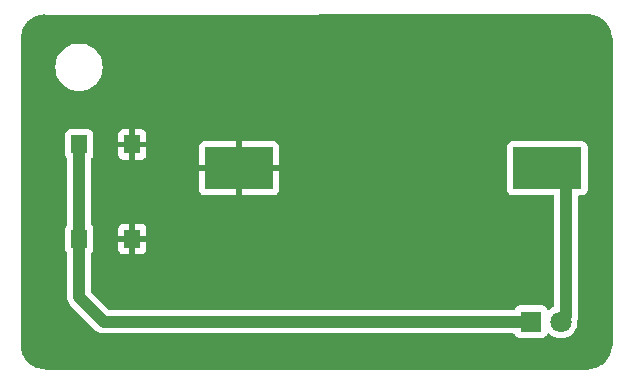
<source format=gbr>
%TF.GenerationSoftware,KiCad,Pcbnew,7.0.2*%
%TF.CreationDate,2023-05-03T11:21:42+05:30*%
%TF.ProjectId,Bed-leveler-PCB,4265642d-6c65-4766-956c-65722d504342,rev?*%
%TF.SameCoordinates,Original*%
%TF.FileFunction,Copper,L2,Bot*%
%TF.FilePolarity,Positive*%
%FSLAX46Y46*%
G04 Gerber Fmt 4.6, Leading zero omitted, Abs format (unit mm)*
G04 Created by KiCad (PCBNEW 7.0.2) date 2023-05-03 11:21:42*
%MOMM*%
%LPD*%
G01*
G04 APERTURE LIST*
%TA.AperFunction,SMDPad,CuDef*%
%ADD10R,5.790000X3.600000*%
%TD*%
%TA.AperFunction,SMDPad,CuDef*%
%ADD11R,1.400000X1.600000*%
%TD*%
%TA.AperFunction,ComponentPad*%
%ADD12R,1.800000X1.800000*%
%TD*%
%TA.AperFunction,ComponentPad*%
%ADD13C,1.800000*%
%TD*%
%TA.AperFunction,Conductor*%
%ADD14C,1.000000*%
%TD*%
%TA.AperFunction,Profile*%
%ADD15C,0.100000*%
%TD*%
G04 APERTURE END LIST*
D10*
%TO.P,BT1,1,+*%
%TO.N,Net-(BT1-+)*%
X213567500Y-75000000D03*
%TO.P,BT1,2,-*%
%TO.N,Net-(BT1--)*%
X187457500Y-75000000D03*
%TD*%
D11*
%TO.P,SW1,1,1*%
%TO.N,Net-(D1-K)*%
X173912500Y-81000000D03*
X173912500Y-73000000D03*
%TO.P,SW1,2,2*%
%TO.N,Net-(BT1--)*%
X178412500Y-73000000D03*
X178412500Y-81000000D03*
%TD*%
D12*
%TO.P,D1,1,K*%
%TO.N,Net-(D1-K)*%
X212162500Y-88000000D03*
D13*
%TO.P,D1,2,A*%
%TO.N,Net-(BT1-+)*%
X214702500Y-88000000D03*
%TD*%
D14*
%TO.N,Net-(D1-K)*%
X212162500Y-88000000D02*
X176000000Y-88000000D01*
X176000000Y-88000000D02*
X173912500Y-85912500D01*
X173912500Y-85912500D02*
X173912500Y-81000000D01*
%TO.N,Net-(BT1-+)*%
X215162500Y-75000000D02*
X215162500Y-87540000D01*
X215162500Y-87540000D02*
X214702500Y-88000000D01*
%TO.N,Net-(D1-K)*%
X173912500Y-73000000D02*
X173912500Y-81000000D01*
%TD*%
%TA.AperFunction,Conductor*%
%TO.N,Net-(BT1--)*%
G36*
X216999815Y-61994978D02*
G01*
X217079345Y-62000190D01*
X217257394Y-62012924D01*
X217272708Y-62014987D01*
X217385070Y-62037337D01*
X217526070Y-62068009D01*
X217539515Y-62071742D01*
X217653381Y-62110394D01*
X217656781Y-62111605D01*
X217784635Y-62159291D01*
X217796136Y-62164258D01*
X217906331Y-62218600D01*
X217910908Y-62220977D01*
X217948183Y-62241330D01*
X218028311Y-62285084D01*
X218037774Y-62290813D01*
X218077365Y-62317266D01*
X218140999Y-62359785D01*
X218146380Y-62363593D01*
X218252575Y-62443090D01*
X218259987Y-62449099D01*
X218353701Y-62531284D01*
X218359623Y-62536831D01*
X218453167Y-62630375D01*
X218458714Y-62636297D01*
X218540895Y-62730006D01*
X218546913Y-62737430D01*
X218626391Y-62843599D01*
X218630227Y-62849019D01*
X218699185Y-62952224D01*
X218704914Y-62961687D01*
X218769018Y-63079084D01*
X218771398Y-63083667D01*
X218825740Y-63193862D01*
X218830710Y-63205372D01*
X218878380Y-63333180D01*
X218879618Y-63336657D01*
X218918251Y-63450470D01*
X218921997Y-63463968D01*
X218952664Y-63604938D01*
X218975012Y-63717287D01*
X218977075Y-63732612D01*
X218989811Y-63910676D01*
X218995022Y-63990193D01*
X218995287Y-63998250D01*
X219005284Y-90001692D01*
X219005019Y-90009849D01*
X218999811Y-90089322D01*
X218987076Y-90267377D01*
X218985010Y-90282721D01*
X218962665Y-90395060D01*
X218931997Y-90536039D01*
X218928254Y-90549522D01*
X218889618Y-90663342D01*
X218888380Y-90666818D01*
X218840710Y-90794626D01*
X218835740Y-90806136D01*
X218781398Y-90916331D01*
X218779018Y-90920914D01*
X218714914Y-91038311D01*
X218709185Y-91047774D01*
X218640227Y-91150979D01*
X218636391Y-91156399D01*
X218556923Y-91262556D01*
X218550884Y-91270005D01*
X218468714Y-91363701D01*
X218463167Y-91369623D01*
X218369623Y-91463167D01*
X218363701Y-91468714D01*
X218270005Y-91550884D01*
X218262556Y-91556923D01*
X218156399Y-91636391D01*
X218150979Y-91640227D01*
X218047774Y-91709185D01*
X218038311Y-91714914D01*
X217920914Y-91779018D01*
X217916331Y-91781398D01*
X217806136Y-91835740D01*
X217794626Y-91840710D01*
X217666818Y-91888380D01*
X217663341Y-91889618D01*
X217549528Y-91928251D01*
X217536030Y-91931997D01*
X217395061Y-91962664D01*
X217337216Y-91974170D01*
X217282697Y-91985014D01*
X217267387Y-91987075D01*
X217089324Y-91999811D01*
X217009826Y-92005021D01*
X217001721Y-92005286D01*
X170998280Y-92005286D01*
X170990171Y-92005021D01*
X170910676Y-91999811D01*
X170732621Y-91987076D01*
X170717277Y-91985009D01*
X170604939Y-91962664D01*
X170523069Y-91944855D01*
X170463949Y-91931994D01*
X170450476Y-91928254D01*
X170336656Y-91889618D01*
X170333180Y-91888380D01*
X170205372Y-91840710D01*
X170193862Y-91835740D01*
X170083667Y-91781398D01*
X170079084Y-91779018D01*
X169961687Y-91714914D01*
X169952224Y-91709185D01*
X169849019Y-91640227D01*
X169843599Y-91636391D01*
X169737430Y-91556913D01*
X169730006Y-91550895D01*
X169636297Y-91468714D01*
X169630375Y-91463167D01*
X169536831Y-91369623D01*
X169531284Y-91363701D01*
X169499660Y-91327641D01*
X169449099Y-91269987D01*
X169443090Y-91262575D01*
X169363593Y-91156380D01*
X169359785Y-91150999D01*
X169317266Y-91087365D01*
X169290813Y-91047774D01*
X169285084Y-91038311D01*
X169220980Y-90920914D01*
X169218600Y-90916331D01*
X169164258Y-90806136D01*
X169159291Y-90794635D01*
X169111605Y-90666781D01*
X169110387Y-90663360D01*
X169095671Y-90620008D01*
X169071747Y-90549528D01*
X169068001Y-90536029D01*
X169037335Y-90395060D01*
X169037030Y-90393530D01*
X169014981Y-90282680D01*
X169012924Y-90267399D01*
X169000198Y-90089476D01*
X168994979Y-90009840D01*
X168994715Y-90001696D01*
X168994715Y-90001692D01*
X168997852Y-81844578D01*
X172712000Y-81844578D01*
X172712001Y-81847872D01*
X172718409Y-81907483D01*
X172768704Y-82042331D01*
X172854954Y-82157546D01*
X172862311Y-82163053D01*
X172904181Y-82218986D01*
X172912000Y-82262320D01*
X172912000Y-85898221D01*
X172911960Y-85901363D01*
X172909742Y-85988862D01*
X172920148Y-86046920D01*
X172921457Y-86056249D01*
X172927426Y-86114938D01*
X172936533Y-86143967D01*
X172940272Y-86159202D01*
X172945641Y-86189152D01*
X172967520Y-86243925D01*
X172970680Y-86252800D01*
X172988341Y-86309088D01*
X173003107Y-86335691D01*
X173009837Y-86349864D01*
X173021122Y-86378117D01*
X173053580Y-86427367D01*
X173058461Y-86435423D01*
X173087090Y-86487001D01*
X173106904Y-86510081D01*
X173116356Y-86522616D01*
X173133099Y-86548020D01*
X173174800Y-86589721D01*
X173181205Y-86596632D01*
X173219634Y-86641396D01*
X173243693Y-86660019D01*
X173255472Y-86670393D01*
X175282431Y-88697351D01*
X175284624Y-88699600D01*
X175344942Y-88763054D01*
X175393362Y-88796755D01*
X175400871Y-88802416D01*
X175446593Y-88839698D01*
X175473562Y-88853785D01*
X175486982Y-88861916D01*
X175511949Y-88879294D01*
X175566163Y-88902559D01*
X175574663Y-88906595D01*
X175626951Y-88933909D01*
X175656196Y-88942277D01*
X175670986Y-88947543D01*
X175678464Y-88950752D01*
X175698942Y-88959540D01*
X175756737Y-88971416D01*
X175765854Y-88973654D01*
X175822582Y-88989887D01*
X175852916Y-88992196D01*
X175868453Y-88994374D01*
X175898259Y-89000500D01*
X175957242Y-89000500D01*
X175966656Y-89000858D01*
X176025476Y-89005337D01*
X176055651Y-89001493D01*
X176071317Y-89000500D01*
X210679710Y-89000500D01*
X210746749Y-89020185D01*
X210792504Y-89072989D01*
X210795885Y-89081150D01*
X210818704Y-89142331D01*
X210904954Y-89257546D01*
X211020169Y-89343796D01*
X211155017Y-89394091D01*
X211214627Y-89400500D01*
X213110372Y-89400499D01*
X213169983Y-89394091D01*
X213304831Y-89343796D01*
X213420046Y-89257546D01*
X213506296Y-89142331D01*
X213534955Y-89065491D01*
X213576825Y-89009559D01*
X213642289Y-88985141D01*
X213710562Y-88999992D01*
X213742364Y-89024840D01*
X213750716Y-89033913D01*
X213933874Y-89176470D01*
X214137997Y-89286936D01*
X214247757Y-89324616D01*
X214357515Y-89362297D01*
X214357517Y-89362297D01*
X214357519Y-89362298D01*
X214586451Y-89400500D01*
X214586452Y-89400500D01*
X214818548Y-89400500D01*
X214818549Y-89400500D01*
X215047481Y-89362298D01*
X215267003Y-89286936D01*
X215471126Y-89176470D01*
X215654284Y-89033913D01*
X215811479Y-88863153D01*
X215938424Y-88668849D01*
X216031657Y-88456300D01*
X216088634Y-88231305D01*
X216107800Y-88000000D01*
X216101615Y-87925359D01*
X216111241Y-87866219D01*
X216122040Y-87841058D01*
X216133917Y-87783256D01*
X216136152Y-87774148D01*
X216152386Y-87717418D01*
X216154696Y-87687078D01*
X216156876Y-87671540D01*
X216163000Y-87641742D01*
X216163000Y-87582754D01*
X216163358Y-87573339D01*
X216167837Y-87514524D01*
X216163993Y-87484339D01*
X216163000Y-87468676D01*
X216163000Y-77424499D01*
X216182685Y-77357460D01*
X216235489Y-77311705D01*
X216287000Y-77300499D01*
X216507061Y-77300499D01*
X216510372Y-77300499D01*
X216569983Y-77294091D01*
X216704831Y-77243796D01*
X216820046Y-77157546D01*
X216906296Y-77042331D01*
X216956591Y-76907483D01*
X216963000Y-76847873D01*
X216962999Y-73152128D01*
X216956591Y-73092517D01*
X216906296Y-72957669D01*
X216820046Y-72842454D01*
X216704831Y-72756204D01*
X216569983Y-72705909D01*
X216518316Y-72700354D01*
X216513666Y-72699854D01*
X216513665Y-72699853D01*
X216510373Y-72699500D01*
X216507050Y-72699500D01*
X210627939Y-72699500D01*
X210627920Y-72699500D01*
X210624628Y-72699501D01*
X210621348Y-72699853D01*
X210621340Y-72699854D01*
X210565015Y-72705909D01*
X210430169Y-72756204D01*
X210314954Y-72842454D01*
X210228704Y-72957668D01*
X210178410Y-73092515D01*
X210178409Y-73092517D01*
X210172000Y-73152127D01*
X210172000Y-73155448D01*
X210172000Y-73155449D01*
X210172000Y-76844560D01*
X210172000Y-76844578D01*
X210172001Y-76847872D01*
X210178409Y-76907483D01*
X210228704Y-77042331D01*
X210314954Y-77157546D01*
X210430169Y-77243796D01*
X210565017Y-77294091D01*
X210624627Y-77300500D01*
X214038000Y-77300499D01*
X214105039Y-77320184D01*
X214150794Y-77372988D01*
X214162000Y-77424499D01*
X214162000Y-86626186D01*
X214142315Y-86693225D01*
X214097018Y-86735240D01*
X213975193Y-86801169D01*
X213933872Y-86823531D01*
X213750713Y-86966089D01*
X213742363Y-86975160D01*
X213682475Y-87011148D01*
X213612637Y-87009046D01*
X213555022Y-86969520D01*
X213534955Y-86934510D01*
X213506296Y-86857669D01*
X213420046Y-86742454D01*
X213304831Y-86656204D01*
X213169983Y-86605909D01*
X213110373Y-86599500D01*
X213107050Y-86599500D01*
X211217939Y-86599500D01*
X211217920Y-86599500D01*
X211214628Y-86599501D01*
X211211348Y-86599853D01*
X211211340Y-86599854D01*
X211155015Y-86605909D01*
X211059871Y-86641396D01*
X211020169Y-86656204D01*
X210904954Y-86742454D01*
X210818704Y-86857669D01*
X210795890Y-86918834D01*
X210754021Y-86974767D01*
X210688557Y-86999184D01*
X210679710Y-86999500D01*
X176465782Y-86999500D01*
X176398743Y-86979815D01*
X176378101Y-86963181D01*
X174949319Y-85534398D01*
X174915834Y-85473075D01*
X174913000Y-85446717D01*
X174913000Y-82262320D01*
X174932685Y-82195281D01*
X174962688Y-82163054D01*
X174970046Y-82157546D01*
X175056296Y-82042331D01*
X175106591Y-81907483D01*
X175113000Y-81847873D01*
X175112999Y-81250000D01*
X177212500Y-81250000D01*
X177212500Y-81844518D01*
X177212854Y-81851132D01*
X177218900Y-81907371D01*
X177269147Y-82042089D01*
X177355311Y-82157188D01*
X177470410Y-82243352D01*
X177605128Y-82293599D01*
X177661367Y-82299645D01*
X177667982Y-82300000D01*
X178162500Y-82300000D01*
X178162500Y-81250000D01*
X178662500Y-81250000D01*
X178662500Y-82300000D01*
X179157018Y-82300000D01*
X179163632Y-82299645D01*
X179219871Y-82293599D01*
X179354589Y-82243352D01*
X179469688Y-82157188D01*
X179555852Y-82042089D01*
X179606099Y-81907371D01*
X179612145Y-81851132D01*
X179612500Y-81844518D01*
X179612500Y-81250000D01*
X178662500Y-81250000D01*
X178162500Y-81250000D01*
X177212500Y-81250000D01*
X175112999Y-81250000D01*
X175112999Y-80750000D01*
X177212500Y-80750000D01*
X178162500Y-80750000D01*
X178162500Y-79700000D01*
X178662500Y-79700000D01*
X178662500Y-80750000D01*
X179612500Y-80750000D01*
X179612500Y-80155481D01*
X179612145Y-80148867D01*
X179606099Y-80092628D01*
X179555852Y-79957910D01*
X179469688Y-79842811D01*
X179354589Y-79756647D01*
X179219871Y-79706400D01*
X179163632Y-79700354D01*
X179157018Y-79700000D01*
X178662500Y-79700000D01*
X178162500Y-79700000D01*
X177667982Y-79700000D01*
X177661367Y-79700354D01*
X177605128Y-79706400D01*
X177470410Y-79756647D01*
X177355311Y-79842811D01*
X177269147Y-79957910D01*
X177218900Y-80092628D01*
X177212854Y-80148867D01*
X177212500Y-80155481D01*
X177212500Y-80750000D01*
X175112999Y-80750000D01*
X175112999Y-80152128D01*
X175106591Y-80092517D01*
X175056296Y-79957669D01*
X174970046Y-79842454D01*
X174970044Y-79842451D01*
X174962687Y-79836944D01*
X174920817Y-79781010D01*
X174913000Y-79737679D01*
X174913000Y-75250000D01*
X184062500Y-75250000D01*
X184062500Y-76844518D01*
X184062854Y-76851132D01*
X184068900Y-76907371D01*
X184119147Y-77042089D01*
X184205311Y-77157188D01*
X184320410Y-77243352D01*
X184455128Y-77293599D01*
X184511367Y-77299645D01*
X184517982Y-77300000D01*
X187207500Y-77300000D01*
X187207500Y-75250000D01*
X187707500Y-75250000D01*
X187707500Y-77300000D01*
X190397018Y-77300000D01*
X190403632Y-77299645D01*
X190459871Y-77293599D01*
X190594589Y-77243352D01*
X190709688Y-77157188D01*
X190795852Y-77042089D01*
X190846099Y-76907371D01*
X190852145Y-76851132D01*
X190852500Y-76844518D01*
X190852500Y-75250000D01*
X187707500Y-75250000D01*
X187207500Y-75250000D01*
X184062500Y-75250000D01*
X174913000Y-75250000D01*
X174913000Y-74749999D01*
X184062499Y-74749999D01*
X184062500Y-74750000D01*
X187207500Y-74750000D01*
X187207500Y-72700000D01*
X187707500Y-72700000D01*
X187707500Y-74750000D01*
X190852500Y-74750000D01*
X190852500Y-73155481D01*
X190852145Y-73148867D01*
X190846099Y-73092628D01*
X190795852Y-72957910D01*
X190709688Y-72842811D01*
X190594589Y-72756647D01*
X190459871Y-72706400D01*
X190403632Y-72700354D01*
X190397018Y-72700000D01*
X187707500Y-72700000D01*
X187207500Y-72700000D01*
X184517982Y-72700000D01*
X184511367Y-72700354D01*
X184455128Y-72706400D01*
X184320410Y-72756647D01*
X184205311Y-72842811D01*
X184119147Y-72957910D01*
X184068900Y-73092628D01*
X184062854Y-73148867D01*
X184062500Y-73155481D01*
X184062499Y-74749999D01*
X174913000Y-74749999D01*
X174913000Y-74262320D01*
X174932685Y-74195281D01*
X174962688Y-74163054D01*
X174970046Y-74157546D01*
X175056296Y-74042331D01*
X175106591Y-73907483D01*
X175113000Y-73847873D01*
X175113000Y-73250000D01*
X177212500Y-73250000D01*
X177212500Y-73844518D01*
X177212854Y-73851132D01*
X177218900Y-73907371D01*
X177269147Y-74042089D01*
X177355311Y-74157188D01*
X177470410Y-74243352D01*
X177605128Y-74293599D01*
X177661367Y-74299645D01*
X177667982Y-74300000D01*
X178162500Y-74300000D01*
X178162500Y-73250000D01*
X178662500Y-73250000D01*
X178662500Y-74300000D01*
X179157018Y-74300000D01*
X179163632Y-74299645D01*
X179219871Y-74293599D01*
X179354589Y-74243352D01*
X179469688Y-74157188D01*
X179555852Y-74042089D01*
X179606099Y-73907371D01*
X179612145Y-73851132D01*
X179612500Y-73844518D01*
X179612500Y-73250000D01*
X178662500Y-73250000D01*
X178162500Y-73250000D01*
X177212500Y-73250000D01*
X175113000Y-73250000D01*
X175113000Y-72750000D01*
X177212500Y-72750000D01*
X178162500Y-72750000D01*
X178162500Y-71700000D01*
X178662500Y-71700000D01*
X178662500Y-72750000D01*
X179612500Y-72750000D01*
X179612500Y-72155481D01*
X179612145Y-72148867D01*
X179606099Y-72092628D01*
X179555852Y-71957910D01*
X179469688Y-71842811D01*
X179354589Y-71756647D01*
X179219871Y-71706400D01*
X179163632Y-71700354D01*
X179157018Y-71700000D01*
X178662500Y-71700000D01*
X178162500Y-71700000D01*
X177667982Y-71700000D01*
X177661367Y-71700354D01*
X177605128Y-71706400D01*
X177470410Y-71756647D01*
X177355311Y-71842811D01*
X177269147Y-71957910D01*
X177218900Y-72092628D01*
X177212854Y-72148867D01*
X177212500Y-72155481D01*
X177212500Y-72750000D01*
X175113000Y-72750000D01*
X175112999Y-72152128D01*
X175106591Y-72092517D01*
X175056296Y-71957669D01*
X174970046Y-71842454D01*
X174854831Y-71756204D01*
X174719983Y-71705909D01*
X174668316Y-71700354D01*
X174663666Y-71699854D01*
X174663665Y-71699853D01*
X174660373Y-71699500D01*
X174657050Y-71699500D01*
X173167939Y-71699500D01*
X173167920Y-71699500D01*
X173164628Y-71699501D01*
X173161348Y-71699853D01*
X173161340Y-71699854D01*
X173105015Y-71705909D01*
X172970169Y-71756204D01*
X172854954Y-71842454D01*
X172768704Y-71957668D01*
X172718410Y-72092515D01*
X172718409Y-72092517D01*
X172712000Y-72152127D01*
X172712000Y-72155448D01*
X172712000Y-72155449D01*
X172712000Y-73844560D01*
X172712000Y-73844578D01*
X172712001Y-73847872D01*
X172718409Y-73907483D01*
X172768704Y-74042331D01*
X172854954Y-74157546D01*
X172862311Y-74163053D01*
X172904181Y-74218986D01*
X172912000Y-74262320D01*
X172912000Y-79737679D01*
X172892315Y-79804718D01*
X172862313Y-79836944D01*
X172854955Y-79842451D01*
X172768704Y-79957668D01*
X172718410Y-80092515D01*
X172718409Y-80092517D01*
X172712000Y-80152127D01*
X172712000Y-80155448D01*
X172712000Y-80155449D01*
X172712000Y-81844560D01*
X172712000Y-81844578D01*
X168997852Y-81844578D01*
X169003768Y-66460000D01*
X171904389Y-66460000D01*
X171924804Y-66745429D01*
X171985629Y-67025041D01*
X172085634Y-67293163D01*
X172222772Y-67544313D01*
X172308517Y-67658854D01*
X172394261Y-67773395D01*
X172596605Y-67975739D01*
X172768414Y-68104354D01*
X172825686Y-68147227D01*
X172965435Y-68223535D01*
X173076839Y-68284367D01*
X173344954Y-68384369D01*
X173344957Y-68384369D01*
X173344958Y-68384370D01*
X173397217Y-68395738D01*
X173624572Y-68445196D01*
X173838552Y-68460500D01*
X173840767Y-68460500D01*
X173979233Y-68460500D01*
X173981448Y-68460500D01*
X174195428Y-68445196D01*
X174475046Y-68384369D01*
X174743161Y-68284367D01*
X174994315Y-68147226D01*
X175223395Y-67975739D01*
X175425739Y-67773395D01*
X175597226Y-67544315D01*
X175734367Y-67293161D01*
X175834369Y-67025046D01*
X175895196Y-66745428D01*
X175915610Y-66460000D01*
X175895196Y-66174572D01*
X175834369Y-65894954D01*
X175734367Y-65626839D01*
X175597226Y-65375685D01*
X175425739Y-65146605D01*
X175223395Y-64944261D01*
X175108855Y-64858517D01*
X174994313Y-64772772D01*
X174743163Y-64635634D01*
X174743162Y-64635633D01*
X174743161Y-64635633D01*
X174475046Y-64535631D01*
X174475041Y-64535629D01*
X174195429Y-64474804D01*
X173983658Y-64459658D01*
X173983656Y-64459657D01*
X173981448Y-64459500D01*
X173838552Y-64459500D01*
X173836344Y-64459657D01*
X173836341Y-64459658D01*
X173624570Y-64474804D01*
X173344958Y-64535629D01*
X173076836Y-64635634D01*
X172825686Y-64772772D01*
X172596602Y-64944263D01*
X172394263Y-65146602D01*
X172222772Y-65375686D01*
X172085634Y-65626836D01*
X171985629Y-65894958D01*
X171924804Y-66174570D01*
X171904389Y-66460000D01*
X169003768Y-66460000D01*
X169004711Y-64008240D01*
X169004975Y-64000209D01*
X169010190Y-63920638D01*
X169022924Y-63742599D01*
X169024985Y-63727300D01*
X169047339Y-63614918D01*
X169078011Y-63473920D01*
X169081739Y-63460493D01*
X169120408Y-63346574D01*
X169121589Y-63343260D01*
X169169297Y-63215350D01*
X169174252Y-63203875D01*
X169228613Y-63093640D01*
X169230955Y-63089130D01*
X169295091Y-62971673D01*
X169300804Y-62962237D01*
X169369809Y-62858964D01*
X169373568Y-62853654D01*
X169453110Y-62747398D01*
X169459078Y-62740037D01*
X169541314Y-62646264D01*
X169546801Y-62640406D01*
X169640406Y-62546801D01*
X169646264Y-62541314D01*
X169740037Y-62459078D01*
X169747398Y-62453110D01*
X169853654Y-62373568D01*
X169858964Y-62369809D01*
X169962237Y-62300804D01*
X169971673Y-62295091D01*
X170089130Y-62230955D01*
X170093640Y-62228613D01*
X170203875Y-62174252D01*
X170215350Y-62169297D01*
X170343260Y-62121589D01*
X170346595Y-62120401D01*
X170460472Y-62081746D01*
X170473962Y-62078002D01*
X170614927Y-62047337D01*
X170727326Y-62024980D01*
X170742595Y-62022925D01*
X170920642Y-62010190D01*
X170991968Y-62005516D01*
X171000172Y-62004979D01*
X171008276Y-62004714D01*
X171055959Y-62004714D01*
X171056054Y-62004701D01*
X216991735Y-61994714D01*
X216999815Y-61994978D01*
G37*
%TD.AperFunction*%
%TD*%
D15*
X171004214Y-62004214D02*
G75*
G03*
X169004214Y-64004214I0J-2000000D01*
G01*
X168994214Y-90005786D02*
G75*
G03*
X170994214Y-92005786I2000000J0D01*
G01*
X218995786Y-63994214D02*
G75*
G03*
X216995786Y-61994214I-2000000J0D01*
G01*
X217005786Y-92005786D02*
G75*
G03*
X219005786Y-90005786I0J2000000D01*
G01*
X218995786Y-63994214D02*
X219005786Y-90005786D01*
X171004214Y-62004214D02*
X216995786Y-61994214D01*
X168994214Y-90005786D02*
X169004214Y-64004214D01*
X217005786Y-92005786D02*
X170994214Y-92005786D01*
M02*

</source>
